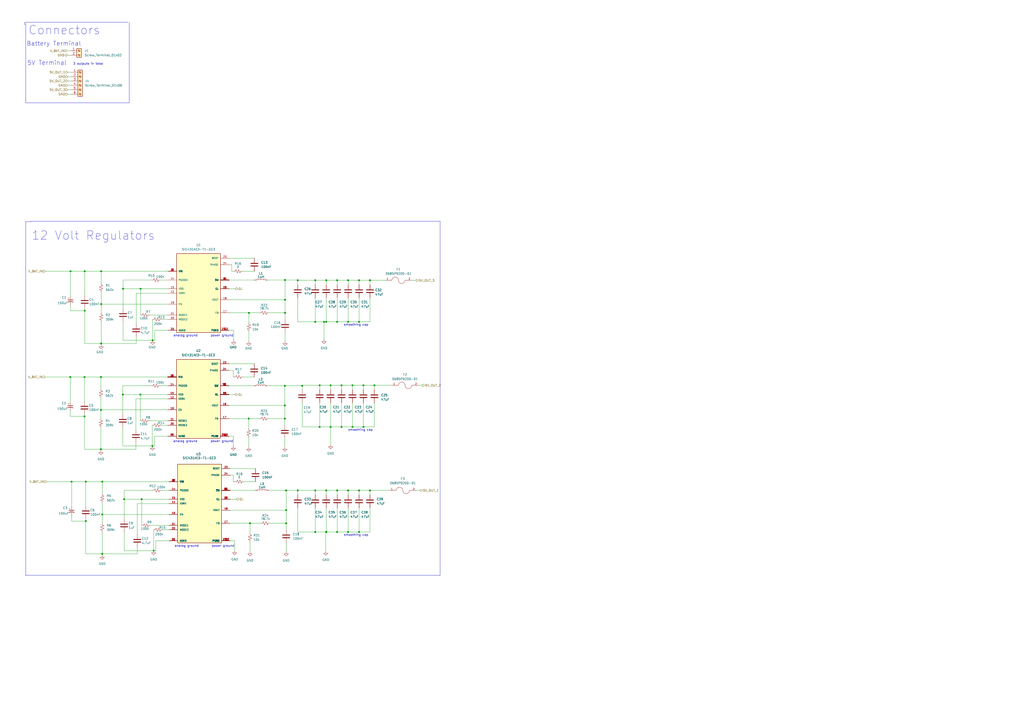
<source format=kicad_sch>
(kicad_sch (version 20231120) (generator "eeschema") (generator_version "8.0")
  (paper "A2")
  (lib_symbols
    (symbol "Connector:Screw_Terminal_01x02" (pin_names (offset 1.016) hide)
      (property "Reference" "J" (at 0 2.54 0))
      (property "Value" "Screw_Terminal_01x02" (at 0 -5.08 0))
      (symbol "Screw_Terminal_01x02_1_1"
        (rectangle (start -1.27 1.27) (end 1.27 -3.81) (stroke (width 0.254)) (fill (type background)))
        (circle (center 0 -2.54) (radius 0.635) (stroke (width 0.1524)))
        (polyline (pts (xy -0.5334 -2.2098) (xy 0.3302 -3.048)) (stroke (width 0.1524)))
        (polyline (pts (xy -0.5334 0.3302) (xy 0.3302 -0.508)) (stroke (width 0.1524)))
        (polyline (pts (xy -0.3556 -2.032) (xy 0.508 -2.8702)) (stroke (width 0.1524)))
        (polyline (pts (xy -0.3556 0.508) (xy 0.508 -0.3302)) (stroke (width 0.1524)))
        (circle (center 0 0) (radius 0.635) (stroke (width 0.1524)))
        (pin passive line (at -5.08 0 0) (length 3.81) (name "Pin_1") (number "1"))
        (pin passive line (at -5.08 -2.54 0) (length 3.81) (name "Pin_2") (number "2"))
      )
    )
    (symbol "Connector:Screw_Terminal_01x06" (pin_names (offset 1.016) hide)
      (property "Reference" "J" (at 0 7.62 0))
      (property "Value" "Screw_Terminal_01x06" (at 0 -10.16 0))
      (symbol "Screw_Terminal_01x06_1_1"
        (rectangle (start -1.27 6.35) (end 1.27 -8.89) (stroke (width 0.254)) (fill (type background)))
        (circle (center 0 -7.62) (radius 0.635) (stroke (width 0.1524)))
        (circle (center 0 -5.08) (radius 0.635) (stroke (width 0.1524)))
        (circle (center 0 -2.54) (radius 0.635) (stroke (width 0.1524)))
        (polyline (pts (xy -0.5334 -7.2898) (xy 0.3302 -8.128)) (stroke (width 0.1524)))
        (polyline (pts (xy -0.5334 -4.7498) (xy 0.3302 -5.588)) (stroke (width 0.1524)))
        (polyline (pts (xy -0.5334 -2.2098) (xy 0.3302 -3.048)) (stroke (width 0.1524)))
        (polyline (pts (xy -0.5334 0.3302) (xy 0.3302 -0.508)) (stroke (width 0.1524)))
        (polyline (pts (xy -0.5334 2.8702) (xy 0.3302 2.032)) (stroke (width 0.1524)))
        (polyline (pts (xy -0.5334 5.4102) (xy 0.3302 4.572)) (stroke (width 0.1524)))
        (polyline (pts (xy -0.3556 -7.112) (xy 0.508 -7.9502)) (stroke (width 0.1524)))
        (polyline (pts (xy -0.3556 -4.572) (xy 0.508 -5.4102)) (stroke (width 0.1524)))
        (polyline (pts (xy -0.3556 -2.032) (xy 0.508 -2.8702)) (stroke (width 0.1524)))
        (polyline (pts (xy -0.3556 0.508) (xy 0.508 -0.3302)) (stroke (width 0.1524)))
        (polyline (pts (xy -0.3556 3.048) (xy 0.508 2.2098)) (stroke (width 0.1524)))
        (polyline (pts (xy -0.3556 5.588) (xy 0.508 4.7498)) (stroke (width 0.1524)))
        (circle (center 0 0) (radius 0.635) (stroke (width 0.1524)))
        (circle (center 0 2.54) (radius 0.635) (stroke (width 0.1524)))
        (circle (center 0 5.08) (radius 0.635) (stroke (width 0.1524)))
        (pin passive line (at -5.08 5.08 0) (length 3.81) (name "Pin_1") (number "1"))
        (pin passive line (at -5.08 2.54 0) (length 3.81) (name "Pin_2") (number "2"))
        (pin passive line (at -5.08 0 0) (length 3.81) (name "Pin_3") (number "3"))
        (pin passive line (at -5.08 -2.54 0) (length 3.81) (name "Pin_4") (number "4"))
        (pin passive line (at -5.08 -5.08 0) (length 3.81) (name "Pin_5") (number "5"))
        (pin passive line (at -5.08 -7.62 0) (length 3.81) (name "Pin_6") (number "6"))
      )
    )
    (symbol "Device:C" (pin_numbers hide) (pin_names (offset 0.254))
      (property "Reference" "C" (at 0.635 2.54 0))
      (property "Value" "C" (at 0.635 -2.54 0))
      (symbol "C_0_1"
        (polyline (pts (xy -2.032 -0.762) (xy 2.032 -0.762)) (stroke (width 0.508)))
        (polyline (pts (xy -2.032 0.762) (xy 2.032 0.762)) (stroke (width 0.508)))
      )
      (symbol "C_1_1"
        (pin passive line (at 0 3.81 270) (length 2.794) (name "~") (number "1"))
        (pin passive line (at 0 -3.81 90) (length 2.794) (name "~") (number "2"))
      )
    )
    (symbol "Device:C_Polarized_Small_US" (pin_numbers hide) (pin_names (offset 0.254) hide)
      (property "Reference" "C" (at 0.254 1.778 0))
      (property "Value" "C_Polarized_Small_US" (at 0.254 -2.032 0))
      (symbol "C_Polarized_Small_US_0_1"
        (polyline (pts (xy -1.524 0.508) (xy 1.524 0.508)) (stroke (width 0.3048)))
        (polyline (pts (xy -1.27 1.524) (xy -0.762 1.524)))
        (polyline (pts (xy -1.016 1.27) (xy -1.016 1.778)))
        (arc (start 1.524 -0.762) (mid 0 -0.3734) (end -1.524 -0.762) (stroke (width 0.3048)))
      )
      (symbol "C_Polarized_Small_US_1_1"
        (pin passive line (at 0 2.54 270) (length 2.032) (name "~") (number "1"))
        (pin passive line (at 0 -2.54 90) (length 2.032) (name "~") (number "2"))
      )
    )
    (symbol "Device:L" (pin_numbers hide) (pin_names (offset 1.016) hide)
      (property "Reference" "L" (at -1.27 0 90))
      (property "Value" "L" (at 1.905 0 90))
      (symbol "L_0_1"
        (arc (start 0 -2.54) (mid 0.6323 -1.905) (end 0 -1.27))
        (arc (start 0 -1.27) (mid 0.6323 -0.635) (end 0 0))
        (arc (start 0 0) (mid 0.6323 0.635) (end 0 1.27))
        (arc (start 0 1.27) (mid 0.6323 1.905) (end 0 2.54))
      )
      (symbol "L_1_1"
        (pin passive line (at 0 3.81 270) (length 1.27) (name "1") (number "1"))
        (pin passive line (at 0 -3.81 90) (length 1.27) (name "2") (number "2"))
      )
    )
    (symbol "Device:R_Small_US" (pin_numbers hide) (pin_names (offset 0.254) hide)
      (property "Reference" "R" (at 0.762 0.508 0))
      (property "Value" "R_Small_US" (at 0.762 -1.016 0))
      (symbol "R_Small_US_1_1"
        (polyline (pts (xy 0 0) (xy 1.016 -0.381) (xy 0 -0.762) (xy -1.016 -1.143) (xy 0 -1.524)))
        (polyline (pts (xy 0 1.524) (xy 1.016 1.143) (xy 0 0.762) (xy -1.016 0.381) (xy 0 0)))
        (pin passive line (at 0 2.54 270) (length 1.016) (name "~") (number "1"))
        (pin passive line (at 0 -2.54 90) (length 1.016) (name "~") (number "2"))
      )
    )
    (symbol "IRIS:0685P9200-01" (pin_names (offset 1.016))
      (property "Reference" "F" (at -5.08 2.54 0))
      (property "Value" "0685P9200-01" (at -5.08 -3.81 0))
      (symbol "0685P9200-01_0_0"
        (arc (start 0 0) (mid -1.905 1.8967) (end -3.81 0) (stroke (width 0.1524)))
        (polyline (pts (xy -5.08 0) (xy -3.81 0)) (stroke (width 0.1524)))
        (polyline (pts (xy 5.08 0) (xy 3.81 0)) (stroke (width 0.1524)))
        (arc (start 0 0) (mid 1.905 -1.8967) (end 3.81 0) (stroke (width 0.1524)))
        (pin passive line (at -7.62 0 0) (length 2.54) (name "~") (number "1"))
        (pin passive line (at 7.62 0 180) (length 2.54) (name "~") (number "2"))
      )
    )
    (symbol "SIC431AED-T1-GE3:SIC431AED-T1-GE3" (pin_names (offset 1.016))
      (property "Reference" "U?" (at 0 27.94 0))
      (property "Value" "SIC431AED-T1-GE3" (at 0 25.4 0))
      (symbol "SIC431AED-T1-GE3_0_0"
        (rectangle (start -12.7 -22.86) (end 12.7 22.86) (stroke (width 0.254)) (fill (type background)))
        (pin input line (at -17.78 12.7 0) (length 5.08) (name "VIN") (number "1"))
        (pin output line (at 17.78 2.54 180) (length 5.08) (name "GL") (number "10"))
        (pin output line (at 17.78 2.54 180) (length 5.08) (name "GL") (number "11"))
        (pin power_in line (at -17.78 0 0) (length 5.08) (name "VDRV") (number "12"))
        (pin power_in line (at 17.78 -21.59 180) (length 5.08) (name "PGND") (number "13"))
        (pin output line (at -17.78 7.62 0) (length 5.08) (name "PGOOD") (number "14"))
        (pin power_in line (at -17.78 2.54 0) (length 5.08) (name "VDD") (number "15"))
        (pin power_in line (at -17.78 -21.59 0) (length 5.08) (name "AGND") (number "16"))
        (pin input line (at 17.78 -11.43 180) (length 5.08) (name "FB") (number "17"))
        (pin output line (at 17.78 -3.81 180) (length 5.08) (name "VOUT") (number "18"))
        (pin input line (at -17.78 -6.35 0) (length 5.08) (name "EN") (number "19"))
        (pin input line (at -17.78 12.7 0) (length 5.08) (name "VIN") (number "2"))
        (pin input line (at -17.78 -15.24 0) (length 5.08) (name "MODE2") (number "20"))
        (pin input line (at -17.78 -12.7 0) (length 5.08) (name "MODE1") (number "21"))
        (pin input line (at -17.78 12.7 0) (length 5.08) (name "VIN") (number "22"))
        (pin passive line (at 17.78 20.32 180) (length 5.08) (name "BOOT") (number "23"))
        (pin passive line (at 17.78 16.51 180) (length 5.08) (name "PHASE") (number "24"))
        (pin power_in line (at -17.78 -21.59 0) (length 5.08) (name "AGND") (number "25"))
        (pin input line (at -17.78 12.7 0) (length 5.08) (name "VIN") (number "26"))
        (pin power_in line (at 17.78 -21.59 180) (length 5.08) (name "PGND") (number "27_1"))
        (pin power_in line (at 17.78 -21.59 180) (length 5.08) (name "PGND") (number "27_2"))
        (pin output line (at 17.78 2.54 180) (length 5.08) (name "GL") (number "28"))
        (pin power_in line (at 17.78 -21.59 180) (length 5.08) (name "PGND") (number "3"))
        (pin power_in line (at 17.78 -21.59 180) (length 5.08) (name "PGND") (number "4"))
        (pin output line (at 17.78 7.62 180) (length 5.08) (name "SW") (number "5"))
        (pin output line (at 17.78 7.62 180) (length 5.08) (name "SW") (number "6"))
        (pin output line (at 17.78 7.62 180) (length 5.08) (name "SW") (number "7"))
        (pin output line (at 17.78 7.62 180) (length 5.08) (name "SW") (number "8"))
        (pin output line (at 17.78 7.62 180) (length 5.08) (name "SW") (number "9"))
        (pin output line (at 17.78 7.62 180) (length 5.08) (name "SW") (number "9.1"))
      )
    )
    (symbol "power:GND" (power) (pin_names (offset 0))
      (property "Value" "GND" (at 0 -3.81 0))
      (symbol "GND_0_1"
        (polyline (pts (xy 0 0) (xy 0 -1.27) (xy 1.27 -1.27) (xy 0 -2.54) (xy -1.27 -1.27) (xy 0 -1.27)))
      )
      (symbol "GND_1_1"
        (pin power_in line (at 0 0 270) (length 0) hide (name "GND") (number "1"))
      )
    )
  )
  (junction (at 208.28 284.48))
  (junction (at 49.149 157.353))
  (junction (at 189.23 308.61))
  (junction (at 165.354 162.433))
  (junction (at 175.26 223.774))
  (junction (at 195.58 308.61))
  (junction (at 59.309 279.4))
  (junction (at 89.154 319.405))
  (junction (at 182.88 284.48))
  (junction (at 165.227 235.204))
  (junction (at 144.272 242.824))
  (junction (at 144.399 181.483))
  (junction (at 189.23 186.69))
  (junction (at 88.519 197.358))
  (junction (at 210.82 247.65))
  (junction (at 210.82 223.52))
  (junction (at 195.58 186.69))
  (junction (at 201.93 308.61))
  (junction (at 189.23 308.483))
  (junction (at 172.72 284.48))
  (junction (at 49.784 302.26))
  (junction (at 201.93 162.56))
  (junction (at 58.674 176.403))
  (junction (at 145.034 303.53))
  (junction (at 165.989 295.91))
  (junction (at 49.149 180.213))
  (junction (at 185.42 223.52))
  (junction (at 81.534 167.513))
  (junction (at 208.28 162.56))
  (junction (at 195.58 162.56))
  (junction (at 165.227 242.824))
  (junction (at 81.407 228.854))
  (junction (at 191.77 247.65))
  (junction (at 165.227 223.774))
  (junction (at 58.547 218.694))
  (junction (at 165.354 181.483))
  (junction (at 189.23 162.56))
  (junction (at 208.28 186.69))
  (junction (at 204.47 223.52))
  (junction (at 49.022 241.554))
  (junction (at 41.529 279.4))
  (junction (at 58.547 237.744))
  (junction (at 58.674 199.263))
  (junction (at 195.58 284.48))
  (junction (at 165.989 303.53))
  (junction (at 58.674 157.353))
  (junction (at 49.022 218.694))
  (junction (at 59.309 321.31))
  (junction (at 191.77 223.52))
  (junction (at 165.989 284.48))
  (junction (at 201.93 186.69))
  (junction (at 182.88 162.56))
  (junction (at 204.47 247.65))
  (junction (at 201.93 284.48))
  (junction (at 208.28 308.61))
  (junction (at 40.894 157.353))
  (junction (at 172.72 162.56))
  (junction (at 187.96 186.69))
  (junction (at 182.88 308.61))
  (junction (at 214.63 162.56))
  (junction (at 59.309 298.45))
  (junction (at 198.12 223.52))
  (junction (at 72.009 289.56))
  (junction (at 71.247 228.854))
  (junction (at 214.63 284.48))
  (junction (at 185.42 247.65))
  (junction (at 40.767 218.694))
  (junction (at 71.374 167.513))
  (junction (at 58.547 260.604))
  (junction (at 165.354 173.863))
  (junction (at 49.784 279.4))
  (junction (at 88.392 258.699))
  (junction (at 189.23 284.48))
  (junction (at 198.12 247.65))
  (junction (at 82.169 289.56))
  (junction (at 182.88 186.69))
  (junction (at 217.17 223.52))
  (wire (pts (xy 58.674 199.263) (xy 58.674 199.898)))
  (wire (pts (xy 155.702 242.824) (xy 165.227 242.824)))
  (polyline (pts (xy 14.986 59.69) (xy 74.93 59.69)))
  (wire (pts (xy 26.289 157.353) (xy 40.894 157.353)))
  (wire (pts (xy 243.84 284.48) (xy 241.3 284.48)))
  (wire (pts (xy 41.529 302.26) (xy 49.784 302.26)))
  (wire (pts (xy 165.989 303.53) (xy 165.989 295.91)))
  (polyline (pts (xy 255.27 333.756) (xy 14.986 333.756)))
  (wire (pts (xy 41.529 279.4) (xy 49.784 279.4)))
  (wire (pts (xy 41.529 299.085) (xy 41.529 302.26)))
  (wire (pts (xy 136.271 279.4) (xy 135.382 279.4)))
  (wire (pts (xy 214.63 284.48) (xy 214.63 287.02)))
  (wire (pts (xy 185.42 223.52) (xy 185.42 226.06)))
  (wire (pts (xy 185.42 247.65) (xy 191.77 247.65)))
  (wire (pts (xy 133.604 303.53) (xy 145.034 303.53)))
  (wire (pts (xy 135.255 214.884) (xy 135.255 218.694)))
  (wire (pts (xy 58.547 218.694) (xy 97.282 218.694)))
  (wire (pts (xy 201.93 162.56) (xy 201.93 165.1)))
  (wire (pts (xy 198.12 223.52) (xy 198.12 226.06)))
  (wire (pts (xy 132.842 214.884) (xy 135.255 214.884)))
  (wire (pts (xy 165.989 284.48) (xy 172.72 284.48)))
  (wire (pts (xy 191.77 247.65) (xy 198.12 247.65)))
  (wire (pts (xy 165.227 235.204) (xy 132.842 235.204)))
  (wire (pts (xy 187.96 186.69) (xy 189.23 186.69)))
  (wire (pts (xy 240.03 162.56) (xy 240.03 162.687)))
  (wire (pts (xy 214.63 284.48) (xy 226.06 284.48)))
  (wire (pts (xy 165.989 295.91) (xy 133.604 295.91)))
  (wire (pts (xy 49.784 279.4) (xy 59.309 279.4)))
  (wire (pts (xy 189.23 294.64) (xy 189.23 308.483)))
  (wire (pts (xy 78.867 249.174) (xy 78.867 231.394)))
  (wire (pts (xy 86.487 244.094) (xy 97.282 244.094)))
  (polyline (pts (xy 14.351 12.954) (xy 14.351 14.478)))
  (wire (pts (xy 136.144 313.69) (xy 136.144 319.405)))
  (wire (pts (xy 38.862 32.004) (xy 40.767 32.004)))
  (wire (pts (xy 58.547 247.904) (xy 58.547 260.604)))
  (wire (pts (xy 185.42 233.68) (xy 185.42 247.65)))
  (wire (pts (xy 49.784 302.26) (xy 49.784 300.99)))
  (wire (pts (xy 40.894 177.038) (xy 40.894 180.213)))
  (wire (pts (xy 89.154 307.34) (xy 89.154 319.405)))
  (wire (pts (xy 81.407 228.854) (xy 97.282 228.854)))
  (wire (pts (xy 156.464 303.53) (xy 165.989 303.53)))
  (wire (pts (xy 214.63 294.64) (xy 214.63 308.61)))
  (wire (pts (xy 201.93 162.56) (xy 208.28 162.56)))
  (wire (pts (xy 78.867 256.794) (xy 78.867 260.604)))
  (wire (pts (xy 90.424 313.69) (xy 90.424 319.405)))
  (wire (pts (xy 40.894 157.353) (xy 49.149 157.353)))
  (wire (pts (xy 59.309 308.61) (xy 59.309 321.31)))
  (wire (pts (xy 71.374 178.943) (xy 71.374 167.513)))
  (wire (pts (xy 165.354 162.433) (xy 172.72 162.433)))
  (wire (pts (xy 165.989 303.53) (xy 165.989 307.34)))
  (wire (pts (xy 135.509 191.643) (xy 135.509 197.358)))
  (wire (pts (xy 89.154 319.405) (xy 90.424 319.405)))
  (wire (pts (xy 172.72 284.48) (xy 172.72 287.02)))
  (wire (pts (xy 82.169 289.56) (xy 98.044 289.56)))
  (wire (pts (xy 79.629 309.88) (xy 79.629 292.1)))
  (wire (pts (xy 135.382 275.59) (xy 133.604 275.59)))
  (wire (pts (xy 210.82 223.52) (xy 217.17 223.52)))
  (wire (pts (xy 144.399 181.483) (xy 144.399 187.198)))
  (polyline (pts (xy 14.732 128.524) (xy 17.78 128.524)))
  (wire (pts (xy 92.837 223.774) (xy 97.282 223.774)))
  (wire (pts (xy 208.28 294.64) (xy 208.28 308.61)))
  (wire (pts (xy 189.23 284.48) (xy 195.58 284.48)))
  (wire (pts (xy 59.309 298.45) (xy 59.309 303.53)))
  (wire (pts (xy 165.354 173.863) (xy 132.969 173.863)))
  (wire (pts (xy 145.034 314.325) (xy 145.034 320.04)))
  (wire (pts (xy 40.894 180.213) (xy 49.149 180.213)))
  (wire (pts (xy 238.76 162.56) (xy 240.03 162.56)))
  (wire (pts (xy 132.969 149.733) (xy 147.574 149.733)))
  (wire (pts (xy 81.534 182.753) (xy 81.534 167.513)))
  (wire (pts (xy 182.88 294.64) (xy 182.88 308.61)))
  (wire (pts (xy 78.994 199.263) (xy 58.674 199.263)))
  (wire (pts (xy 58.547 230.759) (xy 58.547 237.744)))
  (wire (pts (xy 133.604 313.69) (xy 136.144 313.69)))
  (wire (pts (xy 144.272 253.619) (xy 144.272 259.334)))
  (wire (pts (xy 132.842 211.074) (xy 147.447 211.074)))
  (wire (pts (xy 92.964 162.433) (xy 97.409 162.433)))
  (wire (pts (xy 72.009 289.56) (xy 82.169 289.56)))
  (wire (pts (xy 191.77 223.52) (xy 191.77 226.06)))
  (wire (pts (xy 79.629 292.1) (xy 98.044 292.1)))
  (wire (pts (xy 187.96 186.69) (xy 182.88 186.69)))
  (wire (pts (xy 198.12 223.52) (xy 204.47 223.52)))
  (wire (pts (xy 71.247 240.284) (xy 71.247 228.854)))
  (wire (pts (xy 214.63 172.72) (xy 214.63 186.69)))
  (wire (pts (xy 172.72 162.56) (xy 182.88 162.56)))
  (wire (pts (xy 204.47 223.52) (xy 204.47 226.06)))
  (wire (pts (xy 189.23 284.48) (xy 189.23 287.02)))
  (wire (pts (xy 88.392 246.634) (xy 88.392 258.699)))
  (wire (pts (xy 165.227 223.774) (xy 175.26 223.774)))
  (wire (pts (xy 39.37 49.53) (xy 41.402 49.53)))
  (wire (pts (xy 172.72 308.61) (xy 172.72 294.64)))
  (wire (pts (xy 132.842 252.984) (xy 135.382 252.984)))
  (polyline (pts (xy 17.526 128.27) (xy 255.27 128.27)))
  (polyline (pts (xy 255.27 128.27) (xy 255.27 333.756)))
  (wire (pts (xy 195.58 172.72) (xy 195.58 186.69)))
  (wire (pts (xy 182.88 162.56) (xy 189.23 162.56)))
  (wire (pts (xy 78.994 195.453) (xy 78.994 199.263)))
  (wire (pts (xy 88.519 197.358) (xy 89.789 197.358)))
  (wire (pts (xy 144.272 242.824) (xy 150.622 242.824)))
  (wire (pts (xy 132.969 191.643) (xy 135.509 191.643)))
  (wire (pts (xy 40.767 241.554) (xy 49.022 241.554)))
  (wire (pts (xy 71.247 247.904) (xy 71.247 258.699)))
  (wire (pts (xy 71.247 223.774) (xy 87.757 223.774)))
  (wire (pts (xy 155.194 162.433) (xy 165.354 162.433)))
  (wire (pts (xy 155.067 223.774) (xy 165.227 223.774)))
  (wire (pts (xy 26.924 279.4) (xy 41.529 279.4)))
  (wire (pts (xy 185.42 223.52) (xy 191.77 223.52)))
  (wire (pts (xy 58.547 260.604) (xy 58.547 261.239)))
  (wire (pts (xy 78.994 170.053) (xy 97.409 170.053)))
  (wire (pts (xy 89.662 252.984) (xy 89.662 258.699)))
  (wire (pts (xy 165.354 181.483) (xy 165.354 173.863)))
  (wire (pts (xy 88.519 185.293) (xy 88.519 197.358)))
  (wire (pts (xy 165.354 181.483) (xy 165.354 185.293)))
  (wire (pts (xy 59.309 298.45) (xy 98.044 298.45)))
  (wire (pts (xy 59.309 279.4) (xy 98.044 279.4)))
  (wire (pts (xy 82.169 304.8) (xy 82.169 289.56)))
  (wire (pts (xy 59.309 291.465) (xy 59.309 298.45)))
  (wire (pts (xy 71.374 167.513) (xy 71.374 162.433)))
  (wire (pts (xy 49.022 260.604) (xy 58.547 260.604)))
  (wire (pts (xy 144.399 181.483) (xy 150.749 181.483)))
  (wire (pts (xy 58.547 237.744) (xy 58.547 242.824)))
  (wire (pts (xy 59.309 279.4) (xy 59.309 286.385)))
  (wire (pts (xy 49.022 218.694) (xy 49.022 232.664)))
  (wire (pts (xy 189.23 162.56) (xy 195.58 162.56)))
  (wire (pts (xy 210.82 247.65) (xy 217.17 247.65)))
  (wire (pts (xy 189.23 308.483) (xy 189.23 308.61)))
  (wire (pts (xy 144.272 242.824) (xy 144.272 248.539)))
  (wire (pts (xy 198.12 233.68) (xy 198.12 247.65)))
  (wire (pts (xy 94.234 307.34) (xy 98.044 307.34)))
  (wire (pts (xy 135.382 279.4) (xy 135.382 275.59)))
  (wire (pts (xy 72.009 319.405) (xy 89.154 319.405)))
  (wire (pts (xy 165.227 242.824) (xy 165.227 246.634)))
  (wire (pts (xy 172.72 162.56) (xy 172.72 165.1)))
  (wire (pts (xy 38.862 29.464) (xy 40.767 29.464)))
  (wire (pts (xy 49.149 199.263) (xy 58.674 199.263)))
  (polyline (pts (xy 14.986 334.01) (xy 14.986 128.524)))
  (wire (pts (xy 165.354 162.433) (xy 165.354 173.863)))
  (wire (pts (xy 195.58 284.48) (xy 201.93 284.48)))
  (wire (pts (xy 71.374 167.513) (xy 81.534 167.513)))
  (wire (pts (xy 187.96 196.85) (xy 187.96 186.69)))
  (wire (pts (xy 58.674 176.403) (xy 58.674 181.483)))
  (wire (pts (xy 140.589 157.353) (xy 147.574 157.353)))
  (wire (pts (xy 49.149 157.353) (xy 58.674 157.353)))
  (wire (pts (xy 72.009 308.61) (xy 72.009 319.405)))
  (wire (pts (xy 191.77 247.65) (xy 191.77 257.937)))
  (wire (pts (xy 208.28 162.56) (xy 208.28 165.1)))
  (wire (pts (xy 133.604 284.48) (xy 148.209 284.48)))
  (wire (pts (xy 132.969 181.483) (xy 144.399 181.483)))
  (wire (pts (xy 195.58 162.56) (xy 201.93 162.56)))
  (wire (pts (xy 58.674 176.403) (xy 97.409 176.403)))
  (wire (pts (xy 201.93 172.72) (xy 201.93 186.69)))
  (wire (pts (xy 40.894 157.353) (xy 40.894 171.958)))
  (wire (pts (xy 165.227 254.254) (xy 165.227 259.334)))
  (wire (pts (xy 204.47 233.68) (xy 204.47 247.65)))
  (wire (pts (xy 182.88 284.48) (xy 182.88 287.02)))
  (wire (pts (xy 240.03 162.687) (xy 241.4016 162.687)))
  (wire (pts (xy 39.37 44.45) (xy 41.402 44.45)))
  (wire (pts (xy 72.009 289.56) (xy 72.009 284.48)))
  (wire (pts (xy 195.58 284.48) (xy 195.58 287.02)))
  (wire (pts (xy 132.969 167.513) (xy 136.779 167.513)))
  (wire (pts (xy 49.784 302.26) (xy 49.784 321.31)))
  (wire (pts (xy 58.547 237.744) (xy 97.282 237.744)))
  (wire (pts (xy 185.42 247.65) (xy 175.26 247.65)))
  (wire (pts (xy 81.407 244.094) (xy 81.407 228.854)))
  (wire (pts (xy 245.11 223.52) (xy 242.57 223.52)))
  (wire (pts (xy 175.26 247.65) (xy 175.26 233.68)))
  (wire (pts (xy 49.784 321.31) (xy 59.309 321.31)))
  (wire (pts (xy 198.12 247.65) (xy 204.47 247.65)))
  (polyline (pts (xy 74.295 12.954) (xy 14.351 12.954)))
  (wire (pts (xy 191.77 223.52) (xy 198.12 223.52)))
  (wire (pts (xy 39.37 46.99) (xy 41.402 46.99)))
  (wire (pts (xy 182.88 284.48) (xy 189.23 284.48)))
  (wire (pts (xy 165.227 223.774) (xy 165.227 235.204)))
  (wire (pts (xy 172.72 162.433) (xy 172.72 162.56)))
  (wire (pts (xy 204.47 247.65) (xy 210.82 247.65)))
  (wire (pts (xy 39.37 52.07) (xy 41.402 52.07)))
  (wire (pts (xy 201.93 284.48) (xy 201.93 287.02)))
  (wire (pts (xy 145.034 303.53) (xy 145.034 309.245)))
  (wire (pts (xy 175.26 223.774) (xy 175.26 226.06)))
  (wire (pts (xy 182.88 308.61) (xy 189.23 308.61)))
  (wire (pts (xy 49.149 180.213) (xy 49.149 199.263)))
  (wire (pts (xy 40.767 218.694) (xy 40.767 233.299)))
  (wire (pts (xy 172.72 186.69) (xy 172.72 172.72)))
  (wire (pts (xy 165.354 192.913) (xy 165.354 197.993)))
  (wire (pts (xy 58.547 218.694) (xy 58.547 225.679)))
  (wire (pts (xy 132.842 228.854) (xy 136.652 228.854)))
  (wire (pts (xy 165.989 284.48) (xy 165.989 295.91)))
  (wire (pts (xy 182.88 162.56) (xy 182.88 165.1)))
  (wire (pts (xy 204.47 223.52) (xy 210.82 223.52)))
  (wire (pts (xy 93.599 284.48) (xy 98.044 284.48)))
  (wire (pts (xy 135.382 252.984) (xy 135.382 258.699)))
  (wire (pts (xy 217.17 233.68) (xy 217.17 247.65)))
  (wire (pts (xy 87.249 304.8) (xy 98.044 304.8)))
  (polyline (pts (xy 14.986 13.462) (xy 14.986 59.69)))
  (wire (pts (xy 214.63 162.56) (xy 214.63 165.1)))
  (wire (pts (xy 217.17 223.52) (xy 227.33 223.52)))
  (wire (pts (xy 195.58 308.61) (xy 201.93 308.61)))
  (wire (pts (xy 71.247 258.699) (xy 88.392 258.699)))
  (wire (pts (xy 78.867 231.394) (xy 97.282 231.394)))
  (wire (pts (xy 208.28 284.48) (xy 208.28 287.02)))
  (wire (pts (xy 72.009 300.99) (xy 72.009 289.56)))
  (wire (pts (xy 214.63 162.56) (xy 223.52 162.56)))
  (wire (pts (xy 140.843 218.694) (xy 147.447 218.694)))
  (wire (pts (xy 189.23 172.72) (xy 189.23 186.69)))
  (wire (pts (xy 97.409 191.643) (xy 89.789 191.643)))
  (wire (pts (xy 210.82 233.68) (xy 210.82 247.65)))
  (wire (pts (xy 58.674 186.563) (xy 58.674 199.263)))
  (wire (pts (xy 191.77 233.68) (xy 191.77 247.65)))
  (wire (pts (xy 89.789 191.643) (xy 89.789 197.358)))
  (wire (pts (xy 97.282 252.984) (xy 89.662 252.984)))
  (wire (pts (xy 195.58 186.69) (xy 201.93 186.69)))
  (wire (pts (xy 41.529 279.4) (xy 41.529 294.005)))
  (wire (pts (xy 189.23 186.69) (xy 195.58 186.69)))
  (wire (pts (xy 145.034 303.53) (xy 151.384 303.53)))
  (wire (pts (xy 189.23 162.56) (xy 189.23 165.1)))
  (wire (pts (xy 208.28 186.69) (xy 214.63 186.69)))
  (wire (pts (xy 189.23 308.61) (xy 195.58 308.61)))
  (wire (pts (xy 172.72 284.48) (xy 182.88 284.48)))
  (wire (pts (xy 86.614 182.753) (xy 97.409 182.753)))
  (wire (pts (xy 88.392 258.699) (xy 89.662 258.699)))
  (wire (pts (xy 217.17 223.52) (xy 217.17 226.06)))
  (wire (pts (xy 98.044 313.69) (xy 90.424 313.69)))
  (wire (pts (xy 81.534 167.513) (xy 97.409 167.513)))
  (wire (pts (xy 132.842 223.774) (xy 147.447 223.774)))
  (wire (pts (xy 155.829 181.483) (xy 165.354 181.483)))
  (wire (pts (xy 182.88 308.61) (xy 172.72 308.61)))
  (wire (pts (xy 58.674 157.353) (xy 97.409 157.353)))
  (wire (pts (xy 132.969 162.433) (xy 147.574 162.433)))
  (wire (pts (xy 188.976 319.659) (xy 188.976 308.483)))
  (wire (pts (xy 49.149 180.213) (xy 49.149 178.943)))
  (wire (pts (xy 201.93 284.48) (xy 208.28 284.48)))
  (wire (pts (xy 210.82 223.52) (xy 210.82 226.06)))
  (wire (pts (xy 26.162 218.694) (xy 40.767 218.694)))
  (wire (pts (xy 133.604 271.78) (xy 148.209 271.78)))
  (wire (pts (xy 49.149 157.353) (xy 49.149 171.323)))
  (wire (pts (xy 144.399 192.278) (xy 144.399 197.993)))
  (wire (pts (xy 58.674 157.353) (xy 58.674 164.338)))
  (wire (pts (xy 208.28 162.56) (xy 214.63 162.56)))
  (wire (pts (xy 71.374 197.358) (xy 88.519 197.358)))
  (wire (pts (xy 175.26 223.52) (xy 185.42 223.52)))
  (wire (pts (xy 40.767 238.379) (xy 40.767 241.554)))
  (wire (pts (xy 72.009 284.48) (xy 88.519 284.48)))
  (wire (pts (xy 58.674 169.418) (xy 58.674 176.403)))
  (wire (pts (xy 201.93 294.64) (xy 201.93 308.61)))
  (wire (pts (xy 71.247 228.854) (xy 71.247 223.774)))
  (wire (pts (xy 39.37 41.91) (xy 41.402 41.91)))
  (wire (pts (xy 175.26 223.52) (xy 175.26 223.774)))
  (wire (pts (xy 93.599 185.293) (xy 97.409 185.293)))
  (wire (pts (xy 40.767 218.694) (xy 49.022 218.694)))
  (wire (pts (xy 141.351 279.4) (xy 148.209 279.4)))
  (wire (pts (xy 208.28 284.48) (xy 214.63 284.48)))
  (wire (pts (xy 188.976 308.483) (xy 189.23 308.483)))
  (wire (pts (xy 49.784 279.4) (xy 49.784 293.37)))
  (wire (pts (xy 39.37 54.61) (xy 41.402 54.61)))
  (wire (pts (xy 49.022 241.554) (xy 49.022 240.284)))
  (wire (pts (xy 201.93 308.61) (xy 208.28 308.61)))
  (wire (pts (xy 78.867 260.604) (xy 58.547 260.604)))
  (wire (pts (xy 49.022 218.694) (xy 58.547 218.694)))
  (wire (pts (xy 182.88 186.69) (xy 172.72 186.69)))
  (wire (pts (xy 165.989 314.96) (xy 165.989 320.04)))
  (wire (pts (xy 208.28 308.61) (xy 214.63 308.61)))
  (wire (pts (xy 132.969 153.543) (xy 134.493 153.543)))
  (wire (pts (xy 79.629 317.5) (xy 79.629 321.31)))
  (wire (pts (xy 182.88 172.72) (xy 182.88 186.69)))
  (wire (pts (xy 93.472 246.634) (xy 97.282 246.634)))
  (wire (pts (xy 59.309 321.31) (xy 59.309 321.945)))
  (wire (pts (xy 49.022 241.554) (xy 49.022 260.604)))
  (wire (pts (xy 132.842 242.824) (xy 144.272 242.824)))
  (wire (pts (xy 195.58 294.64) (xy 195.58 308.61)))
  (wire (pts (xy 135.509 157.353) (xy 134.493 157.353)))
  (wire (pts (xy 71.374 186.563) (xy 71.374 197.358)))
  (wire (pts (xy 135.255 218.694) (xy 135.763 218.694)))
  (wire (pts (xy 165.227 242.824) (xy 165.227 235.204)))
  (wire (pts (xy 71.247 228.854) (xy 81.407 228.854)))
  (wire (pts (xy 79.629 321.31) (xy 59.309 321.31)))
  (wire (pts (xy 208.28 172.72) (xy 208.28 186.69)))
  (wire (pts (xy 134.493 157.353) (xy 134.493 153.543)))
  (wire (pts (xy 133.604 289.56) (xy 137.414 289.56)))
  (wire (pts (xy 155.829 284.48) (xy 165.989 284.48)))
  (wire (pts (xy 195.58 162.56) (xy 195.58 165.1)))
  (wire (pts (xy 201.93 186.69) (xy 208.28 186.69)))
  (wire (pts (xy 71.374 162.433) (xy 87.884 162.433)))
  (wire (pts (xy 78.994 187.833) (xy 78.994 170.053)))
  (polyline (pts (xy 74.93 59.69) (xy 74.93 12.954)))
  (text "power ground" (at 122.174 195.453 0) (effects (font (size 1.27 1.27)) (justify left bottom)))
  (text "Connectors" (at 16.383 20.574 0) (effects (font (size 5 5)) (justify left bottom)))
  (text "analog ground" (at 101.219 317.5 0) (effects (font (size 1.27 1.27)) (justify left bottom)))
  (text "Battery Terminal\n" (at 15.367 26.924 0) (effects (font (size 2.54 2.54)) (justify left bottom)))
  (text "smoothing cap" (at 201.93 250.19 0) (effects (font (size 1.27 1.27)) (justify left bottom)))
  (text "5V Terminal" (at 15.748 38.1 0) (effects (font (size 2.54 2.54)) (justify left bottom)))
  (text "smoothing cap" (at 199.39 189.23 0) (effects (font (size 1.27 1.27)) (justify left bottom)))
  (text "power ground" (at 122.809 317.5 0) (effects (font (size 1.27 1.27)) (justify left bottom)))
  (text "smoothing cap" (at 199.39 311.15 0) (effects (font (size 1.27 1.27)) (justify left bottom)))
  (text "analog ground" (at 100.584 195.453 0) (effects (font (size 1.27 1.27)) (justify left bottom)))
  (text "3 outputs in total" (at 42.418 37.846 0) (effects (font (size 1.27 1.27)) (justify left bottom)))
  (text "analog ground" (at 100.457 256.794 0) (effects (font (size 1.27 1.27)) (justify left bottom)))
  (text "power ground" (at 122.047 256.794 0) (effects (font (size 1.27 1.27)) (justify left bottom)))
  (text "12 Volt Regulators" (at 18.288 139.7 0) (effects (font (size 5 5)) (justify left bottom)))
  (hierarchical_label "GND" (shape input) (at 39.37 54.61 180))
  (hierarchical_label "5V_OUT_3" (shape input) (at 39.37 52.07 180))
  (hierarchical_label "5V_OUT_2" (shape output) (at 245.11 223.52 0))
  (hierarchical_label "GND" (shape input) (at 39.37 49.53 180))
  (hierarchical_label "GL" (shape output) (at 137.414 289.56 0))
  (hierarchical_label "5V_OUT_1" (shape input) (at 39.37 41.91 180))
  (hierarchical_label "GND" (shape output) (at 38.862 32.004 180))
  (hierarchical_label "V_BAT_IN" (shape input) (at 26.289 157.353 180))
  (hierarchical_label "V_BAT_IN" (shape input) (at 26.924 279.4 180))
  (hierarchical_label "GL" (shape output) (at 136.652 228.854 0))
  (hierarchical_label "5V_OUT_1" (shape output) (at 243.84 284.48 0))
  (hierarchical_label "5V_OUT_3" (shape output) (at 241.4016 162.687 0))
  (hierarchical_label "GND" (shape input) (at 39.37 44.45 180))
  (hierarchical_label "GL" (shape output) (at 136.779 167.513 0))
  (hierarchical_label "5V_OUT_2" (shape input) (at 39.37 46.99 180))
  (hierarchical_label "V_BAT_IN" (shape input) (at 38.862 29.464 180))
  (hierarchical_label "V_BAT_IN" (shape input) (at 26.162 218.694 180))
  (symbol (lib_id "Device:C") (at 201.93 290.83 0) (unit 1)
    (property "Reference" "C37" (at 203.2 297.18 0) (effects (justify left)))
    (property "Value" "47uF" (at 203.2 299.72 0) (effects (justify left)))
    (property "Footprint" "Capacitor_SMD:C_0805_2012Metric" (effects (hide yes)))
  )
  (symbol (lib_id "Device:R_Small_US") (at 84.074 182.753 90) (unit 1)
    (property "Reference" "R7" (at 85.979 180.848 90))
    (property "Value" "100k" (at 83.439 184.658 90))
    (property "Footprint" "Resistor_SMD:R_0805_2012Metric" (effects (hide yes)))
    (property "Datasheet" "https://www.vishay.com/docs/28758/tnpw_e3.pdf" (effects (hide yes)))
  )
  (symbol (lib_id "Device:R_Small_US") (at 90.297 223.774 90) (unit 1)
    (property "Reference" "R11" (at 87.757 221.234 90))
    (property "Value" "100k" (at 92.837 221.869 90))
    (property "Footprint" "Resistor_SMD:R_0805_2012Metric" (effects (hide yes)))
  )
  (symbol (lib_id "Device:C") (at 214.63 168.91 0) (unit 1)
    (property "Reference" "C32" (at 217.551 168.275 0) (effects (justify left)))
    (property "Value" "47uF" (at 217.551 170.815 0) (effects (justify left)))
    (property "Footprint" "Capacitor_SMD:C_0805_2012Metric" (effects (hide yes)))
  )
  (symbol (lib_id "Device:R_Small_US") (at 153.924 303.53 90) (unit 1)
    (property "Reference" "R24" (at 153.924 299.085 90))
    (property "Value" "78.7k" (at 153.924 300.99 90))
    (property "Footprint" "Resistor_SMD:R_0805_2012Metric" (effects (hide yes)))
  )
  (symbol (lib_id "Device:R_Small_US") (at 84.709 304.8 90) (unit 1)
    (property "Reference" "R9" (at 86.614 302.895 90))
    (property "Value" "100k" (at 84.074 306.705 90))
    (property "Footprint" "Resistor_SMD:R_0805_2012Metric" (effects (hide yes)))
  )
  (symbol (lib_id "Device:C") (at 185.42 229.87 0) (unit 1)
    (property "Reference" "C20" (at 185.42 236.22 0) (effects (justify left)))
    (property "Value" "47uF" (at 185.42 238.76 0) (effects (justify left)))
    (property "Footprint" "Capacitor_SMD:C_0805_2012Metric" (effects (hide yes)))
  )
  (symbol (lib_id "Device:C") (at 208.28 290.83 0) (unit 1)
    (property "Reference" "C38" (at 209.55 297.18 0) (effects (justify left)))
    (property "Value" "47uF" (at 209.55 299.72 0) (effects (justify left)))
    (property "Footprint" "Capacitor_SMD:C_0805_2012Metric" (effects (hide yes)))
  )
  (symbol (lib_id "Device:C_Polarized_Small_US") (at 41.529 296.545 0) (unit 1)
    (property "Reference" "C3" (at 36.449 294.64 0) (effects (justify left)))
    (property "Value" "150uF" (at 33.909 297.815 0) (effects (justify left)))
    (property "Footprint" "Capacitor_THT:CP_Radial_D12.5mm_P5.00mm" (effects (hide yes)))
    (property "Datasheet" "https://www.digikey.com/en/products/detail/panasonic-electronic-components/ECE-A1EN331U/227623" (effects (hide yes)))
  )
  (symbol (lib_id "Device:R_Small_US") (at 91.694 307.34 90) (unit 1)
    (property "Reference" "R15" (at 94.234 306.07 90))
    (property "Value" "200k" (at 92.329 309.88 90))
    (property "Footprint" "Resistor_SMD:R_0805_2012Metric" (effects (hide yes)))
  )
  (symbol (lib_id "power:GND") (at 165.989 320.04 0) (unit 1)
    (property "Reference" "#PWR019" (effects (hide yes)))
    (property "Value" "GND" (at 165.989 325.12 0))
  )
  (symbol (lib_id "Device:R_Small_US") (at 138.049 157.353 90) (unit 1)
    (property "Reference" "R16" (at 138.049 152.908 90))
    (property "Value" "0" (at 138.049 154.813 90))
    (property "Footprint" "Resistor_SMD:R_0805_2012Metric" (effects (hide yes)))
  )
  (symbol (lib_id "power:GND") (at 88.392 258.699 0) (unit 1)
    (property "Reference" "#PWR05" (effects (hide yes)))
    (property "Value" "GND" (at 88.392 263.779 0))
  )
  (symbol (lib_id "Device:R_Small_US") (at 91.059 185.293 90) (unit 1)
    (property "Reference" "R13" (at 93.599 184.023 90))
    (property "Value" "200k" (at 91.694 187.833 90))
    (property "Footprint" "Resistor_SMD:R_0805_2012Metric" (effects (hide yes)))
    (property "Datasheet" "https://www.vishay.com/docs/28758/tnpw_e3.pdf" (effects (hide yes)))
  )
  (symbol (lib_id "Device:R_Small_US") (at 153.162 242.824 90) (unit 1)
    (property "Reference" "R23" (at 153.162 238.379 90))
    (property "Value" "78.7k" (at 153.162 240.284 90))
    (property "Footprint" "Resistor_SMD:R_0805_2012Metric" (effects (hide yes)))
  )
  (symbol (lib_id "power:GND") (at 58.674 199.898 0) (unit 1)
    (property "Reference" "#PWR01" (effects (hide yes)))
    (property "Value" "GND" (at 57.912 204.216 0))
  )
  (symbol (lib_id "Device:C") (at 195.58 290.83 0) (unit 1)
    (property "Reference" "C36" (at 196.85 297.18 0) (effects (justify left)))
    (property "Value" "47uF" (at 196.85 299.72 0) (effects (justify left)))
    (property "Footprint" "Capacitor_SMD:C_0805_2012Metric" (effects (hide yes)))
  )
  (symbol (lib_id "IRIS:0685P9200-01") (at 231.14 162.56 0) (unit 1)
    (property "Reference" "F1" (at 231.14 156.21 0))
    (property "Value" "0685P9200-01" (at 231.14 158.75 0))
    (property "Footprint" "IRIS:FUSC3215X83N" (effects (hide yes)))
    (property "PARTREV" "Jan2019" (effects (hide yes)))
    (property "STANDARD" "IPC-7351B" (effects (hide yes)))
    (property "MAXIMUM_PACKAGE_HEIGHT" "0.83mm" (effects (hide yes)))
    (property "MANUFACTURER" "BELFUSE" (effects (hide yes)))
  )
  (symbol (lib_id "Device:C") (at 208.28 168.91 0) (unit 1)
    (property "Reference" "C31" (at 209.55 175.26 0) (effects (justify left)))
    (property "Value" "47uF" (at 209.55 177.8 0) (effects (justify left)))
    (property "Footprint" "Capacitor_SMD:C_0805_2012Metric" (effects (hide yes)))
  )
  (symbol (lib_id "Device:C") (at 78.867 252.984 0) (unit 1)
    (property "Reference" "C11" (at 81.407 251.714 0) (effects (justify left)))
    (property "Value" "4.7uF" (at 81.407 254.254 0) (effects (justify left)))
    (property "Footprint" "Capacitor_SMD:C_0805_2012Metric" (effects (hide yes)))
  )
  (symbol (lib_id "Device:R_Small_US") (at 90.932 246.634 90) (unit 1)
    (property "Reference" "R14" (at 93.472 245.364 90))
    (property "Value" "200k" (at 91.567 249.174 90))
    (property "Footprint" "Resistor_SMD:R_0805_2012Metric" (effects (hide yes)))
  )
  (symbol (lib_id "power:GND") (at 136.144 319.405 0) (unit 1)
    (property "Reference" "#PWR011" (effects (hide yes)))
    (property "Value" "GND" (at 136.144 324.485 0))
  )
  (symbol (lib_id "Device:C") (at 172.72 168.91 0) (unit 1)
    (property "Reference" "C26" (at 176.53 167.64 0) (effects (justify left)))
    (property "Value" "47uF" (at 176.53 170.18 0) (effects (justify left)))
    (property "Footprint" "Capacitor_SMD:C_0805_2012Metric" (effects (hide yes)))
  )
  (symbol (lib_id "SIC431AED-T1-GE3:SIC431AED-T1-GE3") (at 115.189 170.053 0) (unit 1)
    (property "Reference" "U1" (at 115.189 142.113 0))
    (property "Value" "SIC431AED-T1-GE3" (at 115.189 144.653 0))
    (property "Footprint" "SIC_431_supporting:REGULATOR_SIC431AED-T1-GE3" (effects (hide yes)))
    (property "MF" "Vishay Siliconix" (effects (hide yes)))
    (property "PACKAGE" "PowerWFQFN-24 Vishay" (effects (hide yes)))
    (property "PRICE" "1.86 USD" (effects (hide yes)))
    (property "AVAILABILITY" "Good" (effects (hide yes)))
    (property "MP" "SIC431AED-T1-GE3" (effects (hide yes)))
    (property "DESCRIPTION" "Synchronous Buck Regulator Ultrasonic Adjustable 0.6V to 21.6V 24A O/P 24-Pin PowerPAK MLP44 T/R" (effects (hide yes)))
  )
  (symbol (lib_id "Device:C_Polarized_Small_US") (at 40.767 235.839 0) (unit 1)
    (property "Reference" "C2" (at 35.687 233.934 0) (effects (justify left)))
    (property "Value" "150uF" (at 33.147 237.109 0) (effects (justify left)))
    (property "Footprint" "Capacitor_THT:CP_Radial_D12.5mm_P5.00mm" (effects (hide yes)))
    (property "Datasheet" "https://www.digikey.com/en/products/detail/panasonic-electronic-components/ECE-A1EN331U/227623" (effects (hide yes)))
  )
  (symbol (lib_id "Device:R_Small_US") (at 83.947 244.094 90) (unit 1)
    (property "Reference" "R8" (at 85.852 242.189 90))
    (property "Value" "100k" (at 83.312 245.999 90))
    (property "Footprint" "Resistor_SMD:R_0805_2012Metric" (effects (hide yes)))
  )
  (symbol (lib_id "power:GND") (at 191.77 257.937 0) (unit 1)
    (property "Reference" "#PWR023" (effects (hide yes)))
    (property "Value" "GND" (at 191.77 263.017 0))
  )
  (symbol (lib_id "Device:C") (at 165.354 189.103 0) (unit 1)
    (property "Reference" "C16" (at 158.877 187.198 0) (effects (justify left)))
    (property "Value" "100nF" (at 156.972 189.611 0) (effects (justify left)))
    (property "Footprint" "Capacitor_SMD:C_0805_2012Metric" (effects (hide yes)))
  )
  (symbol (lib_id "Device:L") (at 151.257 223.774 90) (unit 1)
    (property "Reference" "L2" (at 151.257 219.964 90))
    (property "Value" "1uH" (at 151.257 221.869 90))
    (property "Footprint" "Inductor_SMD:L_Vishay_IHLP-5050" (effects (hide yes)))
    (property "Datasheet" "https://www.vishay.com/docs/34123/ihlp-5050fd-01.pdf" (effects (hide yes)))
  )
  (symbol (lib_id "Device:C") (at 210.82 229.87 0) (unit 1)
    (property "Reference" "C24" (at 212.09 236.22 0) (effects (justify left)))
    (property "Value" "47uF" (at 212.09 238.76 0) (effects (justify left)))
    (property "Footprint" "Capacitor_SMD:C_0805_2012Metric" (effects (hide yes)))
  )
  (symbol (lib_id "Device:R_Small_US") (at 59.309 306.07 0) (unit 1)
    (property "Reference" "R6" (at 61.849 304.7999 0) (effects (justify left)))
    (property "Value" "309k" (at 61.849 307.3399 0) (effects (justify left)))
    (property "Footprint" "Resistor_SMD:R_0805_2012Metric" (effects (hide yes)))
  )
  (symbol (lib_id "SIC431AED-T1-GE3:SIC431AED-T1-GE3") (at 115.824 292.1 0) (unit 1)
    (property "Reference" "U3" (at 115.062 263.398 0))
    (property "Value" "SIC431AED-T1-GE3" (at 115.57 265.684 0))
    (property "Footprint" "SIC_431_supporting:REGULATOR_SIC431AED-T1-GE3" (effects (hide yes)))
    (property "MF" "Vishay Siliconix" (effects (hide yes)))
    (property "PACKAGE" "PowerWFQFN-24 Vishay" (effects (hide yes)))
    (property "PRICE" "1.86 USD" (effects (hide yes)))
    (property "AVAILABILITY" "Good" (effects (hide yes)))
    (property "MP" "SIC431AED-T1-GE3" (effects (hide yes)))
    (property "DESCRIPTION" "Synchronous Buck Regulator Ultrasonic Adjustable 0.6V to 21.6V 24A O/P 24-Pin PowerPAK MLP44 T/R" (effects (hide yes)))
  )
  (symbol (lib_id "Connector:Screw_Terminal_01x02") (at 45.847 29.464 0) (unit 1)
    (property "Reference" "J1" (at 49.022 29.4639 0) (effects (justify left)))
    (property "Value" "Screw_Terminal_01x02" (at 49.022 32.0039 0) (effects (justify left)))
    (property "Footprint" "power_board_support:TE_1986660-2" (effects (hide yes)))
    (property "Datasheet" "https://www.digikey.com/en/products/detail/te-connectivity-amp-connectors/1986660-2/4021603" (effects (hide yes)))
  )
  (symbol (lib_id "Device:C") (at 71.247 244.094 0) (unit 1)
    (property "Reference" "C8" (at 73.787 242.824 0) (effects (justify left)))
    (property "Value" "1uF" (at 73.787 245.364 0) (effects (justify left)))
    (property "Footprint" "Capacitor_SMD:C_0805_2012Metric" (effects (hide yes)))
  )
  (symbol (lib_id "Connector:Screw_Terminal_01x06") (at 46.482 46.99 0) (unit 1)
    (property "Reference" "J4" (at 49.276 46.9899 0) (effects (justify left)))
    (property "Value" "Screw_Terminal_01x06" (at 49.276 49.5299 0) (effects (justify left)))
    (property "Footprint" "power_board_support:691137710006" (effects (hide yes)))
    (property "Datasheet" "https://www.digikey.com/en/products/detail/w%C3%BCrth-elektronik/691137710006/6644055" (effects (hide yes)))
  )
  (symbol (lib_id "Device:R_Small_US") (at 59.309 288.925 0) (unit 1)
    (property "Reference" "R5" (at 61.849 287.6549 0) (effects (justify left)))
    (property "Value" "562k" (at 61.849 290.1949 0) (effects (justify left)))
    (property "Footprint" "Resistor_SMD:R_0805_2012Metric" (effects (hide yes)))
  )
  (symbol (lib_id "Device:R_Small_US") (at 145.034 311.785 0) (unit 1)
    (property "Reference" "R21" (at 146.939 310.5149 0) (effects (justify left)))
    (property "Value" "10k" (at 146.939 313.0549 0) (effects (justify left)))
    (property "Footprint" "Resistor_SMD:R_0805_2012Metric" (effects (hide yes)))
  )
  (symbol (lib_id "Device:R_Small_US") (at 138.303 218.694 90) (unit 1)
    (property "Reference" "R17" (at 138.303 214.249 90))
    (property "Value" "0" (at 138.303 216.154 90))
    (property "Footprint" "Resistor_SMD:R_0805_2012Metric" (effects (hide yes)))
  )
  (symbol (lib_id "Device:R_Small_US") (at 58.547 245.364 0) (unit 1)
    (property "Reference" "R4" (at 61.087 244.0939 0) (effects (justify left)))
    (property "Value" "309k" (at 61.087 246.6339 0) (effects (justify left)))
    (property "Footprint" "Resistor_SMD:R_0805_2012Metric" (effects (hide yes)))
  )
  (symbol (lib_id "IRIS:0685P9200-01") (at 234.95 223.52 0) (unit 1)
    (property "Reference" "F2" (at 234.95 217.3224 0))
    (property "Value" "0685P9200-01" (at 234.95 219.8624 0))
    (property "Footprint" "IRIS:FUSC3215X83N" (effects (hide yes)))
    (property "PARTREV" "Jan2019" (effects (hide yes)))
    (property "STANDARD" "IPC-7351B" (effects (hide yes)))
    (property "MAXIMUM_PACKAGE_HEIGHT" "0.83mm" (effects (hide yes)))
    (property "MANUFACTURER" "BELFUSE" (effects (hide yes)))
  )
  (symbol (lib_id "power:GND") (at 165.354 197.993 0) (unit 1)
    (property "Reference" "#PWR017" (effects (hide yes)))
    (property "Value" "GND" (at 165.1 202.057 0))
  )
  (symbol (lib_id "Device:R_Small_US") (at 90.424 162.433 90) (unit 1)
    (property "Reference" "R10" (at 87.884 159.893 90))
    (property "Value" "100k" (at 92.964 160.528 90))
    (property "Footprint" "Resistor_SMD:R_0805_2012Metric" (effects (hide yes)))
    (property "Datasheet" "https://www.vishay.com/docs/28758/tnpw_e3.pdf" (effects (hide yes)))
  )
  (symbol (lib_id "Device:C") (at 79.629 313.69 0) (unit 1)
    (property "Reference" "C12" (at 82.169 312.42 0) (effects (justify left)))
    (property "Value" "4.7uF" (at 82.169 314.96 0) (effects (justify left)))
    (property "Footprint" "Capacitor_SMD:C_0805_2012Metric" (effects (hide yes)))
  )
  (symbol (lib_id "Device:C") (at 49.784 297.18 0) (unit 1)
    (property "Reference" "C6" (at 52.324 295.91 0) (effects (justify left)))
    (property "Value" "100nF" (at 52.324 298.45 0) (effects (justify left)))
    (property "Footprint" "Capacitor_SMD:C_0805_2012Metric" (effects (hide yes)))
  )
  (symbol (lib_id "Device:C") (at 165.989 311.15 0) (unit 1)
    (property "Reference" "C18" (at 169.799 309.8799 0) (effects (justify left)))
    (property "Value" "100nF" (at 169.799 312.4199 0) (effects (justify left)))
    (property "Footprint" "Capacitor_SMD:C_0805_2012Metric" (effects (hide yes)))
  )
  (symbol (lib_id "Device:C") (at 204.47 229.87 0) (unit 1)
    (property "Reference" "C23" (at 205.74 236.22 0) (effects (justify left)))
    (property "Value" "47uF" (at 205.74 238.76 0) (effects (justify left)))
    (property "Footprint" "Capacitor_SMD:C_0805_2012Metric" (effects (hide yes)))
  )
  (symbol (lib_id "Device:C") (at 182.88 168.91 0) (unit 1)
    (property "Reference" "C27" (at 182.88 175.26 0) (effects (justify left)))
    (property "Value" "47uF" (at 182.88 177.8 0) (effects (justify left)))
    (property "Footprint" "Capacitor_SMD:C_0805_2012Metric" (effects (hide yes)))
  )
  (symbol (lib_id "power:GND") (at 135.382 258.699 0) (unit 1)
    (property "Reference" "#PWR010" (effects (hide yes)))
    (property "Value" "GND" (at 135.382 263.779 0))
  )
  (symbol (lib_id "Device:C") (at 72.009 304.8 0) (unit 1)
    (property "Reference" "C9" (at 74.549 303.53 0) (effects (justify left)))
    (property "Value" "1uF" (at 74.549 306.07 0) (effects (justify left)))
    (property "Footprint" "Capacitor_SMD:C_0805_2012Metric" (effects (hide yes)))
  )
  (symbol (lib_id "Device:L") (at 151.384 162.433 90) (unit 1)
    (property "Reference" "L1" (at 151.384 158.623 90))
    (property "Value" "1uH" (at 151.384 160.528 90))
    (property "Footprint" "Inductor_SMD:L_Vishay_IHLP-5050" (effects (hide yes)))
    (property "Datasheet" "https://www.vishay.com/docs/34123/ihlp-5050fd-01.pdf" (effects (hide yes)))
  )
  (symbol (lib_id "power:GND") (at 59.309 321.945 0) (unit 1)
    (property "Reference" "#PWR03" (effects (hide yes)))
    (property "Value" "GND" (at 59.309 327.025 0))
  )
  (symbol (lib_id "Device:R_Small_US") (at 91.059 284.48 90) (unit 1)
    (property "Reference" "R12" (at 88.519 281.94 90))
    (property "Value" "100k" (at 93.599 282.575 90))
    (property "Footprint" "Resistor_SMD:R_0805_2012Metric" (effects (hide yes)))
  )
  (symbol (lib_id "Device:C") (at 182.88 290.83 0) (unit 1)
    (property "Reference" "C34" (at 182.88 297.18 0) (effects (justify left)))
    (property "Value" "47uF" (at 182.88 299.72 0) (effects (justify left)))
    (property "Footprint" "Capacitor_SMD:C_0805_2012Metric" (effects (hide yes)))
  )
  (symbol (lib_id "Device:C") (at 172.72 290.83 0) (unit 1)
    (property "Reference" "C33" (at 176.53 289.56 0) (effects (justify left)))
    (property "Value" "47uF" (at 176.53 292.1 0) (effects (justify left)))
    (property "Footprint" "Capacitor_SMD:C_0805_2012Metric" (effects (hide yes)))
  )
  (symbol (lib_id "Device:C") (at 147.574 153.543 0) (unit 1)
    (property "Reference" "C13" (at 151.384 152.2729 0) (effects (justify left)))
    (property "Value" "100nF" (at 151.384 154.8129 0) (effects (justify left)))
    (property "Footprint" "Capacitor_SMD:C_0805_2012Metric" (effects (hide yes)))
  )
  (symbol (lib_id "Device:R_Small_US") (at 58.674 184.023 0) (unit 1)
    (property "Reference" "R2" (at 61.214 182.7529 0) (effects (justify left)))
    (property "Value" "309k" (at 61.214 185.2929 0) (effects (justify left)))
    (property "Footprint" "Resistor_SMD:R_0805_2012Metric" (effects (hide yes)))
  )
  (symbol (lib_id "Device:C") (at 201.93 168.91 0) (unit 1)
    (property "Reference" "C30" (at 203.2 175.26 0) (effects (justify left)))
    (property "Value" "47uF" (at 203.2 177.8 0) (effects (justify left)))
    (property "Footprint" "Capacitor_SMD:C_0805_2012Metric" (effects (hide yes)))
  )
  (symbol (lib_id "Device:R_Small_US") (at 153.289 181.483 90) (unit 1)
    (property "Reference" "R22" (at 153.289 177.038 90))
    (property "Value" "78.7k" (at 153.289 178.943 90))
    (property "Footprint" "Resistor_SMD:R_0805_2012Metric" (effects (hide yes)))
    (property "Datasheet" "https://www.vishay.com/docs/20035/dcrcwe3.pdf" (effects (hide yes)))
  )
  (symbol (lib_id "Device:C") (at 148.209 275.59 0) (unit 1)
    (property "Reference" "C15" (at 152.019 274.3199 0) (effects (justify left)))
    (property "Value" "100nF" (at 152.019 276.8599 0) (effects (justify left)))
    (property "Footprint" "Capacitor_SMD:C_0805_2012Metric" (effects (hide yes)))
  )
  (symbol (lib_id "Device:C") (at 217.17 229.87 0) (unit 1)
    (property "Reference" "C25" (at 220.98 229.235 0) (effects (justify left)))
    (property "Value" "47uF" (at 220.98 231.775 0) (effects (justify left)))
    (property "Footprint" "Capacitor_SMD:C_0805_2012Metric" (effects (hide yes)))
  )
  (symbol (lib_id "Device:C") (at 78.994 191.643 0) (unit 1)
    (property "Reference" "C10" (at 81.534 190.373 0) (effects (justify left)))
    (property "Value" "4.7uF" (at 81.534 192.913 0) (effects (justify left)))
    (property "Footprint" "Capacitor_SMD:C_0805_2012Metric" (effects (hide yes)))
  )
  (symbol (lib_id "Device:C") (at 198.12 229.87 0) (unit 1)
    (property "Reference" "C22" (at 199.39 236.22 0) (effects (justify left)))
    (property "Value" "47uF" (at 199.39 238.76 0) (effects (justify left)))
    (property "Footprint" "Capacitor_SMD:C_0805_2012Metric" (effects (hide yes)))
  )
  (symbol (lib_id "Device:C") (at 165.227 250.444 0) (unit 1)
    (property "Reference" "C17" (at 169.037 249.1739 0) (effects (justify left)))
    (property "Value" "100nF" (at 169.037 251.7139 0) (effects (justify left)))
    (property "Footprint" "Capacitor_SMD:C_0805_2012Metric" (effects (hide yes)))
  )
  (symbol (lib_id "Device:R_Small_US") (at 58.547 228.219 0) (unit 1)
    (property "Reference" "R3" (at 61.087 226.9489 0) (effects (justify left)))
    (property "Value" "562k" (at 61.087 229.4889 0) (effects (justify left)))
    (property "Footprint" "Resistor_SMD:R_0805_2012Metric" (effects (hide yes)))
  )
  (symbol (lib_id "Device:C_Polarized_Small_US") (at 40.894 174.498 0) (unit 1)
    (property "Reference" "C1" (at 35.814 172.593 0) (effects (justify left)))
    (property "Value" "150uF" (at 33.274 175.768 0) (effects (justify left)))
    (property "Footprint" "Capacitor_THT:CP_Radial_D12.5mm_P5.00mm" (effects (hide yes)))
    (property "Datasheet" "https://www.digikey.com/en/products/detail/panasonic-electronic-components/ECE-A1EN331U/227623" (effects (hide yes)))
  )
  (symbol (lib_id "IRIS:0685P9200-01") (at 233.68 284.48 0) (unit 1)
    (property "Reference" "F3" (at 233.68 277.6982 0))
    (property "Value" "0685P9200-01" (at 233.68 280.2382 0))
    (property "Footprint" "IRIS:FUSC3215X83N" (effects (hide yes)))
    (property "PARTREV" "Jan2019" (effects (hide yes)))
    (property "STANDARD" "IPC-7351B" (effects (hide yes)))
    (property "MAXIMUM_PACKAGE_HEIGHT" "0.83mm" (effects (hide yes)))
    (property "MANUFACTURER" "BELFUSE" (effects (hide yes)))
  )
  (symbol (lib_id "Device:C") (at 175.26 229.87 0) (unit 1)
    (property "Reference" "C19" (at 176.022 236.474 0) (effects (justify left)))
    (property "Value" "47uF" (at 176.022 239.014 0) (effects (justify left)))
    (property "Footprint" "Capacitor_SMD:C_0805_2012Metric" (effects (hide yes)))
  )
  (symbol (lib_id "Device:R_Small_US") (at 144.272 251.079 0) (unit 1)
    (property "Reference" "R20" (at 146.177 249.8089 0) (effects (justify left)))
    (property "Value" "10k" (at 146.177 252.3489 0) (effects (justify left)))
    (property "Footprint" "Resistor_SMD:R_0805_2012Metric" (effects (hide yes)))
  )
  (symbol (lib_id "Device:C") (at 191.77 229.87 0) (unit 1)
    (property "Reference" "C21" (at 193.04 236.22 0) (effects (justify left)))
    (property "Value" "47uF" (at 193.04 238.76 0) (effects (justify left)))
    (property "Footprint" "Capacitor_SMD:C_0805_2012Metric" (effects (hide yes)))
  )
  (symbol (lib_id "Device:C") (at 49.022 236.474 0) (unit 1)
    (property "Reference" "C5" (at 51.562 235.204 0) (effects (justify left)))
    (property "Value" "100nF" (at 51.562 237.744 0) (effects (justify left)))
    (property "Footprint" "Capacitor_SMD:C_0805_2012Metric" (effects (hide yes)))
  )
  (symbol (lib_id "Device:C") (at 195.58 168.91 0) (unit 1)
    (property "Reference" "C29" (at 196.85 175.26 0) (effects (justify left)))
    (property "Value" "47uF" (at 196.85 177.8 0) (effects (justify left)))
    (property "Footprint" "Capacitor_SMD:C_0805_2012Metric" (effects (hide yes)))
  )
  (symbol (lib_id "power:GND") (at 135.509 197.358 0) (unit 1)
    (property "Reference" "#PWR09" (effects (hide yes)))
    (property "Value" "GND" (at 135.255 201.422 0))
  )
  (symbol (lib_id "power:GND") (at 187.96 196.85 0) (unit 1)
    (property "Reference" "#PWR022" (effects (hide yes)))
    (property "Value" "GND" (at 187.96 201.93 0))
  )
  (symbol (lib_id "power:GND") (at 89.154 319.405 0) (unit 1)
    (property "Reference" "#PWR06" (effects (hide yes)))
    (property "Value" "GND" (at 89.154 324.485 0))
  )
  (symbol (lib_id "Device:C") (at 214.63 290.83 0) (unit 1)
    (property "Reference" "C39" (at 218.44 289.56 0) (effects (justify left)))
    (property "Value" "47uF" (at 218.44 292.1 0) (effects (justify left)))
    (property "Footprint" "Capacitor_SMD:C_0805_2012Metric" (effects (hide yes)))
  )
  (symbol (lib_id "Device:R_Small_US") (at 138.811 279.4 90) (unit 1)
    (property "Reference" "R18" (at 138.811 274.955 90))
    (property "Value" "0" (at 138.811 276.86 90))
    (property "Footprint" "Resistor_SMD:R_0805_2012Metric" (effects (hide yes)))
  )
  (symbol (lib_id "power:GND") (at 58.547 261.239 0) (unit 1)
    (property "Reference" "#PWR02" (effects (hide yes)))
    (property "Value" "GND" (at 58.547 266.319 0))
  )
  (symbol (lib_id "power:GND") (at 144.399 197.993 0) (unit 1)
    (property "Reference" "#PWR014" (effects (hide yes)))
    (property "Value" "GND" (at 144.145 202.057 0))
  )
  (symbol (lib_id "Device:C") (at 147.447 214.884 0) (unit 1)
    (property "Reference" "C14" (at 151.257 213.6139 0) (effects (justify left)))
    (property "Value" "100nF" (at 151.257 216.1539 0) (effects (justify left)))
    (property "Footprint" "Capacitor_SMD:C_0805_2012Metric" (effects (hide yes)))
  )
  (symbol (lib_id "Device:C") (at 189.23 168.91 0) (unit 1)
    (property "Reference" "C28" (at 190.5 175.26 0) (effects (justify left)))
    (property "Value" "47uF" (at 190.5 177.8 0) (effects (justify left)))
    (property "Footprint" "Capacitor_SMD:C_0805_2012Metric" (effects (hide yes)))
  )
  (symbol (lib_id "Device:R_Small_US") (at 144.399 189.738 0) (unit 1)
    (property "Reference" "R19" (at 146.304 188.4679 0) (effects (justify left)))
    (property "Value" "10k" (at 146.304 191.0079 0) (effects (justify left)))
    (property "Footprint" "Resistor_SMD:R_0805_2012Metric" (effects (hide yes)))
  )
  (symbol (lib_id "Device:C") (at 49.149 175.133 0) (unit 1)
    (property "Reference" "C4" (at 51.689 173.863 0) (effects (justify left)))
    (property "Value" "100nF" (at 51.689 176.403 0) (effects (justify left)))
    (property "Footprint" "Capacitor_SMD:C_0805_2012Metric" (effects (hide yes)))
  )
  (symbol (lib_id "Device:C") (at 71.374 182.753 0) (unit 1)
    (property "Reference" "C7" (at 73.914 181.483 0) (effects (justify left)))
    (property "Value" "1uF" (at 73.914 184.023 0) (effects (justify left)))
    (property "Footprint" "Capacitor_SMD:C_0805_2012Metric" (effects (hide yes)))
  )
  (symbol (lib_id "Device:C") (at 189.23 290.83 0) (unit 1)
    (property "Reference" "C35" (at 190.5 297.18 0) (effects (justify left)))
    (property "Value" "47uF" (at 190.5 299.72 0) (effects (justify left)))
    (property "Footprint" "Capacitor_SMD:C_0805_2012Metric" (effects (hide yes)))
  )
  (symbol (lib_id "power:GND") (at 144.272 259.334 0) (unit 1)
    (property "Reference" "#PWR015" (effects (hide yes)))
    (property "Value" "GND" (at 144.272 264.414 0))
  )
  (symbol (lib_id "SIC431AED-T1-GE3:SIC431AED-T1-GE3") (at 115.062 231.394 0) (unit 1)
    (property "Reference" "U2" (at 115.062 203.454 0))
    (property "Value" "SIC431AED-T1-GE3" (at 115.062 205.994 0))
    (property "Footprint" "SIC_431_supporting:REGULATOR_SIC431AED-T1-GE3" (effects (hide yes)))
    (property "MF" "Vishay Siliconix" (effects (hide yes)))
    (property "PACKAGE" "PowerWFQFN-24 Vishay" (effects (hide yes)))
    (property "PRICE" "1.86 USD" (effects (hide yes)))
    (property "AVAILABILITY" "Good" (effects (hide yes)))
    (property "MP" "SIC431AED-T1-GE3" (effects (hide yes)))
    (property "DESCRIPTION" "Synchronous Buck Regulator Ultrasonic Adjustable 0.6V to 21.6V 24A O/P 24-Pin PowerPAK MLP44 T/R" (effects (hide yes)))
  )
  (symbol (lib_id "Device:R_Small_US") (at 58.674 166.878 0) (unit 1)
    (property "Reference" "R1" (at 61.214 165.6079 0) (effects (justify left)))
    (property "Value" "562k" (at 61.214 168.1479 0) (effects (justify left)))
    (property "Footprint" "Resistor_SMD:R_0805_2012Metric" (effects (hide yes)))
  )
  (symbol (lib_id "power:GND") (at 188.976 319.659 0) (unit 1)
    (property "Reference" "#PWR024" (effects (hide yes)))
    (property "Value" "GND" (at 188.976 324.739 0))
  )
  (symbol (lib_id "Device:L") (at 152.019 284.48 90) (unit 1)
    (property "Reference" "L3" (at 152.019 280.67 90))
    (property "Value" "1uH" (at 152.019 282.575 90))
    (property "Footprint" "Inductor_SMD:L_Vishay_IHLP-5050" (effects (hide yes)))
    (property "Datasheet" "https://www.vishay.com/docs/34123/ihlp-5050fd-01.pdf" (effects (hide yes)))
  )
  (symbol (lib_id "power:GND") (at 145.034 320.04 0) (unit 1)
    (property "Reference" "#PWR016" (effects (hide yes)))
    (property "Value" "GND" (at 145.034 325.12 0))
  )
  (symbol (lib_id "power:GND") (at 88.519 197.358 0) (unit 1)
    (property "Reference" "#PWR04" (effects (hide yes)))
    (property "Value" "GND" (at 88.265 201.422 0))
  )
  (symbol (lib_id "power:GND") (at 165.227 259.334 0) (unit 1)
    (property "Reference" "#PWR018" (effects (hide yes)))
    (property "Value" "GND" (at 165.227 264.414 0))
  )
)
</source>
